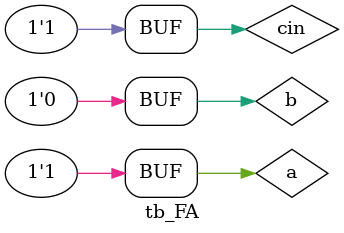
<source format=v>
`timescale 1ns / 1ps


module tb_FA;

	// Inputs
	reg a;
	reg b;
	reg cin;

	// Outputs
	wire sum;
	wire cout;

	// Instantiate the Unit Under Test (UUT)
	Full_Adder uut (
		.a(a), 
		.b(b), 
		.cin(cin), 
		.sum(sum), 
		.cout(cout)
	);

	initial begin
		// Initialize Inputs
		a = 0;
		b = 0;
		cin = 0;

		// Wait 100 ns for global reset to finish
		#100; a=1;b=0;cin=0;
		#100; a=1;b=1;cin=0;
		#100; a=1;b=1;cin=1;
		#100; a=1;b=0;cin=1;
        
		// Add stimulus here

	end
      
endmodule


</source>
